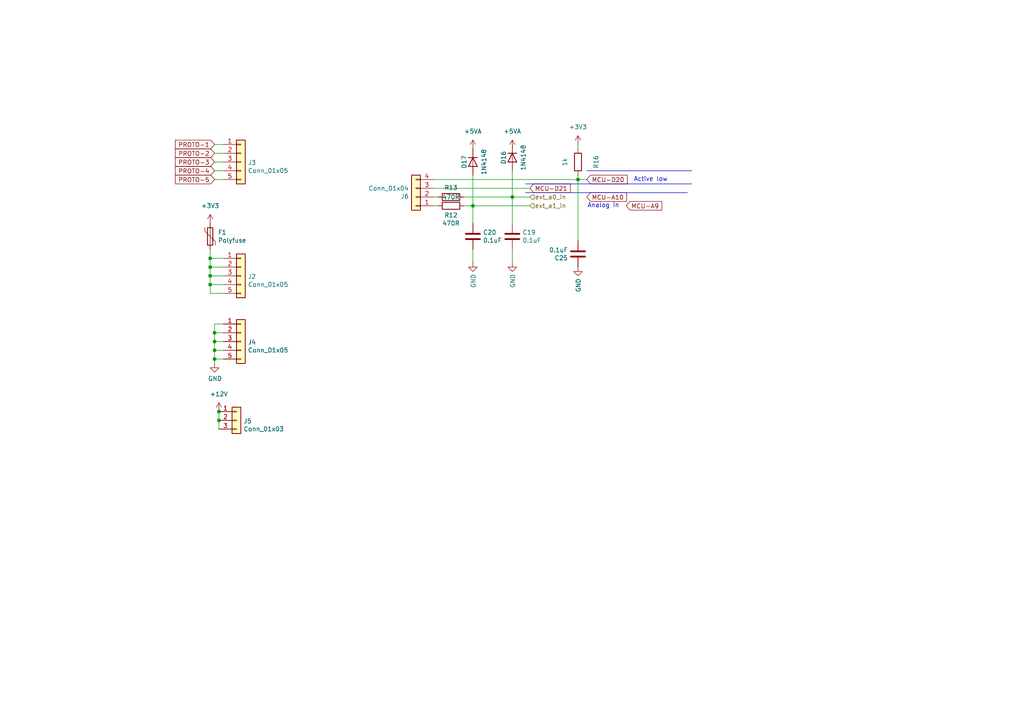
<source format=kicad_sch>
(kicad_sch (version 20231120) (generator "eeschema") (generator_version "7.99")
  (paper "A4")
  (title_block (title "μEFI (Speeduino FW compatible)") (date "2023-12-25") (rev "v6") (company "Churrosoft ®") (comment 1 "CERN-OHL-S-2.0 license\n"))
  (lib_symbols
    (symbol "Connector_Generic:Conn_01x03" (pin_names (offset 1.016) hide)
      (property "Reference" "J" (at 0 5.08 0))
      (property "Value" "Conn_01x03" (at 0 -5.08 0))
      (symbol "Conn_01x03_1_1"
        (rectangle (start -1.27 -2.413) (end 0 -2.667) (stroke (width 0.1524)))
        (rectangle (start -1.27 0.127) (end 0 -0.127) (stroke (width 0.1524)))
        (rectangle (start -1.27 2.667) (end 0 2.413) (stroke (width 0.1524)))
        (rectangle (start -1.27 3.81) (end 1.27 -3.81) (stroke (width 0.254)) (fill (type background)))
        (pin passive line (at -5.08 2.54 0) (length 3.81) (name "Pin_1") (number "1"))
        (pin passive line (at -5.08 0 0) (length 3.81) (name "Pin_2") (number "2"))
        (pin passive line (at -5.08 -2.54 0) (length 3.81) (name "Pin_3") (number "3"))
      )
    )
    (symbol "Connector_Generic:Conn_01x04" (pin_names (offset 1.016) hide)
      (property "Reference" "J" (at 0 5.08 0))
      (property "Value" "Conn_01x04" (at 0 -7.62 0))
      (symbol "Conn_01x04_1_1"
        (rectangle (start -1.27 -4.953) (end 0 -5.207) (stroke (width 0.1524)))
        (rectangle (start -1.27 -2.413) (end 0 -2.667) (stroke (width 0.1524)))
        (rectangle (start -1.27 0.127) (end 0 -0.127) (stroke (width 0.1524)))
        (rectangle (start -1.27 2.667) (end 0 2.413) (stroke (width 0.1524)))
        (rectangle (start -1.27 3.81) (end 1.27 -6.35) (stroke (width 0.254)) (fill (type background)))
        (pin passive line (at -5.08 2.54 0) (length 3.81) (name "Pin_1") (number "1"))
        (pin passive line (at -5.08 0 0) (length 3.81) (name "Pin_2") (number "2"))
        (pin passive line (at -5.08 -2.54 0) (length 3.81) (name "Pin_3") (number "3"))
        (pin passive line (at -5.08 -5.08 0) (length 3.81) (name "Pin_4") (number "4"))
      )
    )
    (symbol "Connector_Generic:Conn_01x05" (pin_names (offset 1.016) hide)
      (property "Reference" "J" (at 0 7.62 0))
      (property "Value" "Conn_01x05" (at 0 -7.62 0))
      (symbol "Conn_01x05_1_1"
        (rectangle (start -1.27 -4.953) (end 0 -5.207) (stroke (width 0.1524)))
        (rectangle (start -1.27 -2.413) (end 0 -2.667) (stroke (width 0.1524)))
        (rectangle (start -1.27 0.127) (end 0 -0.127) (stroke (width 0.1524)))
        (rectangle (start -1.27 2.667) (end 0 2.413) (stroke (width 0.1524)))
        (rectangle (start -1.27 5.207) (end 0 4.953) (stroke (width 0.1524)))
        (rectangle (start -1.27 6.35) (end 1.27 -6.35) (stroke (width 0.254)) (fill (type background)))
        (pin passive line (at -5.08 5.08 0) (length 3.81) (name "Pin_1") (number "1"))
        (pin passive line (at -5.08 2.54 0) (length 3.81) (name "Pin_2") (number "2"))
        (pin passive line (at -5.08 0 0) (length 3.81) (name "Pin_3") (number "3"))
        (pin passive line (at -5.08 -2.54 0) (length 3.81) (name "Pin_4") (number "4"))
        (pin passive line (at -5.08 -5.08 0) (length 3.81) (name "Pin_5") (number "5"))
      )
    )
    (symbol "Device:C" (pin_numbers hide) (pin_names (offset 0.254))
      (property "Reference" "C" (at 0.635 2.54 0))
      (property "Value" "C" (at 0.635 -2.54 0))
      (symbol "C_0_1"
        (polyline (pts (xy -2.032 -0.762) (xy 2.032 -0.762)) (stroke (width 0.508)))
        (polyline (pts (xy -2.032 0.762) (xy 2.032 0.762)) (stroke (width 0.508)))
      )
      (symbol "C_1_1"
        (pin passive line (at 0 3.81 270) (length 2.794) (name "~") (number "1"))
        (pin passive line (at 0 -3.81 90) (length 2.794) (name "~") (number "2"))
      )
    )
    (symbol "Device:Polyfuse" (pin_numbers hide) (pin_names (offset 0))
      (property "Reference" "F" (at -2.54 0 90))
      (property "Value" "Polyfuse" (at 2.54 0 90))
      (symbol "Polyfuse_0_1"
        (rectangle (start -0.762 2.54) (end 0.762 -2.54) (stroke (width 0.254)))
        (polyline (pts (xy 0 2.54) (xy 0 -2.54)))
        (polyline (pts (xy -1.524 2.54) (xy -1.524 1.524) (xy 1.524 -1.524) (xy 1.524 -2.54)))
      )
      (symbol "Polyfuse_1_1"
        (pin passive line (at 0 3.81 270) (length 1.27) (name "~") (number "1"))
        (pin passive line (at 0 -3.81 90) (length 1.27) (name "~") (number "2"))
      )
    )
    (symbol "Device:R" (pin_numbers hide) (pin_names (offset 0))
      (property "Reference" "R" (at 2.032 0 90))
      (property "Value" "R" (at 0 0 90))
      (symbol "R_0_1"
        (rectangle (start -1.016 -2.54) (end 1.016 2.54) (stroke (width 0.254)))
      )
      (symbol "R_1_1"
        (pin passive line (at 0 3.81 270) (length 1.27) (name "~") (number "1"))
        (pin passive line (at 0 -3.81 90) (length 1.27) (name "~") (number "2"))
      )
    )
    (symbol "Diode:1N4148" (pin_numbers hide) (pin_names (offset 1.016) hide)
      (property "Reference" "D" (at 0 2.54 0))
      (property "Value" "1N4148" (at 0 -2.54 0))
      (symbol "1N4148_0_1"
        (polyline (pts (xy -1.27 1.27) (xy -1.27 -1.27)) (stroke (width 0.254)))
        (polyline (pts (xy 1.27 0) (xy -1.27 0)))
        (polyline (pts (xy 1.27 1.27) (xy 1.27 -1.27) (xy -1.27 0) (xy 1.27 1.27)) (stroke (width 0.254)))
      )
      (symbol "1N4148_1_1"
        (pin passive line (at -3.81 0 0) (length 2.54) (name "K") (number "1"))
        (pin passive line (at 3.81 0 180) (length 2.54) (name "A") (number "2"))
      )
    )
    (symbol "power:+12V" (power) (pin_names (offset 0))
      (property "Value" "+12V" (at 0 3.556 0))
      (symbol "+12V_0_1"
        (polyline (pts (xy -0.762 1.27) (xy 0 2.54)))
        (polyline (pts (xy 0 0) (xy 0 2.54)))
        (polyline (pts (xy 0 2.54) (xy 0.762 1.27)))
      )
      (symbol "+12V_1_1"
        (pin power_in line (at 0 0 90) (length 0) hide (name "+12V") (number "1"))
      )
    )
    (symbol "power:+3V3" (power) (pin_names (offset 0))
      (property "Value" "+3V3" (at 0 3.556 0))
      (symbol "+3V3_0_1"
        (polyline (pts (xy -0.762 1.27) (xy 0 2.54)))
        (polyline (pts (xy 0 0) (xy 0 2.54)))
        (polyline (pts (xy 0 2.54) (xy 0.762 1.27)))
      )
      (symbol "+3V3_1_1"
        (pin power_in line (at 0 0 90) (length 0) hide (name "+3V3") (number "1"))
      )
    )
    (symbol "power:+5VA" (power) (pin_names (offset 0))
      (property "Value" "+5VA" (at 0 3.556 0))
      (symbol "+5VA_0_1"
        (polyline (pts (xy -0.762 1.27) (xy 0 2.54)))
        (polyline (pts (xy 0 0) (xy 0 2.54)))
        (polyline (pts (xy 0 2.54) (xy 0.762 1.27)))
      )
      (symbol "+5VA_1_1"
        (pin power_in line (at 0 0 90) (length 0) hide (name "+5VA") (number "1"))
      )
    )
    (symbol "power:GND" (power) (pin_names (offset 0))
      (property "Value" "GND" (at 0 -3.81 0))
      (symbol "GND_0_1"
        (polyline (pts (xy 0 0) (xy 0 -1.27) (xy 1.27 -1.27) (xy 0 -2.54) (xy -1.27 -1.27) (xy 0 -1.27)))
      )
      (symbol "GND_1_1"
        (pin power_in line (at 0 0 270) (length 0) hide (name "GND") (number "1"))
      )
    )
  )
  (junction (at 60.96 77.47))
  (junction (at 62.23 99.06))
  (junction (at 60.96 80.01))
  (junction (at 137.16 59.69))
  (junction (at 62.23 96.52))
  (junction (at 60.96 82.55))
  (junction (at 62.23 101.6))
  (junction (at 148.59 57.15))
  (junction (at 167.64 52.07))
  (junction (at 63.5 119.38))
  (junction (at 62.23 104.14))
  (junction (at 63.5 121.92))
  (junction (at 60.96 74.93))
  (polyline (pts (xy 170.18 49.53) (xy 200.66 49.53)))
  (wire (pts (xy 62.23 99.06) (xy 64.77 99.06)))
  (wire (pts (xy 125.73 52.07) (xy 167.64 52.07)))
  (wire (pts (xy 127 59.69) (xy 125.73 59.69)))
  (wire (pts (xy 137.16 72.39) (xy 137.16 76.2)))
  (wire (pts (xy 64.77 82.55) (xy 60.96 82.55)))
  (polyline (pts (xy 152.4 55.88) (xy 199.39 55.88)))
  (wire (pts (xy 64.77 77.47) (xy 60.96 77.47)))
  (wire (pts (xy 148.59 49.53) (xy 148.59 57.15)))
  (wire (pts (xy 62.23 101.6) (xy 64.77 101.6)))
  (wire (pts (xy 62.23 96.52) (xy 64.77 96.52)))
  (wire (pts (xy 167.64 50.8) (xy 167.64 52.07)))
  (wire (pts (xy 64.77 49.53) (xy 62.23 49.53)))
  (polyline (pts (xy 152.4 53.34) (xy 200.66 53.34)))
  (wire (pts (xy 167.64 52.07) (xy 167.64 69.85)))
  (wire (pts (xy 63.5 121.92) (xy 63.5 124.46)))
  (wire (pts (xy 60.96 80.01) (xy 64.77 80.01)))
  (wire (pts (xy 148.59 41.91) (xy 148.59 43.18)))
  (wire (pts (xy 60.96 82.55) (xy 60.96 80.01)))
  (wire (pts (xy 62.23 101.6) (xy 62.23 104.14)))
  (wire (pts (xy 62.23 99.06) (xy 62.23 101.6)))
  (wire (pts (xy 167.64 52.07) (xy 170.18 52.07)))
  (wire (pts (xy 148.59 64.77) (xy 148.59 57.15)))
  (wire (pts (xy 60.96 82.55) (xy 60.96 85.09)))
  (wire (pts (xy 62.23 104.14) (xy 64.77 104.14)))
  (wire (pts (xy 60.96 74.93) (xy 60.96 77.47)))
  (wire (pts (xy 153.67 54.61) (xy 125.73 54.61)))
  (wire (pts (xy 62.23 105.41) (xy 62.23 104.14)))
  (wire (pts (xy 62.23 46.99) (xy 64.77 46.99)))
  (wire (pts (xy 62.23 41.91) (xy 64.77 41.91)))
  (wire (pts (xy 134.62 57.15) (xy 148.59 57.15)))
  (wire (pts (xy 64.77 44.45) (xy 62.23 44.45)))
  (wire (pts (xy 62.23 96.52) (xy 62.23 99.06)))
  (wire (pts (xy 64.77 85.09) (xy 60.96 85.09)))
  (wire (pts (xy 137.16 59.69) (xy 153.67 59.69)))
  (wire (pts (xy 60.96 72.39) (xy 60.96 74.93)))
  (wire (pts (xy 62.23 93.98) (xy 64.77 93.98)))
  (wire (pts (xy 62.23 52.07) (xy 64.77 52.07)))
  (wire (pts (xy 62.23 93.98) (xy 62.23 96.52)))
  (wire (pts (xy 64.77 74.93) (xy 60.96 74.93)))
  (wire (pts (xy 148.59 57.15) (xy 153.67 57.15)))
  (wire (pts (xy 60.96 77.47) (xy 60.96 80.01)))
  (wire (pts (xy 148.59 72.39) (xy 148.59 76.2)))
  (wire (pts (xy 127 57.15) (xy 125.73 57.15)))
  (wire (pts (xy 137.16 50.8) (xy 137.16 59.69)))
  (wire (pts (xy 137.16 59.69) (xy 134.62 59.69)))
  (wire (pts (xy 63.5 119.38) (xy 63.5 121.92)))
  (wire (pts (xy 167.64 41.91) (xy 167.64 43.18)))
  (wire (pts (xy 137.16 64.77) (xy 137.16 59.69)))
  (text "Active low" (at 188.722 52.07 0) (effects (font (size 1.27 1.27))))
  (text "Analog in" (at 175.006 59.69 0) (effects (font (size 1.27 1.27))))
  (global_label "PROTO-2" (shape input) (at 62.23 44.45 180) (property "Intersheetrefs" "${INTERSHEET_REFS}" (effects (hide yes))))
  (global_label "PROTO-1" (shape input) (at 62.23 41.91 180) (property "Intersheetrefs" "${INTERSHEET_REFS}" (effects (hide yes))))
  (global_label "PROTO-4" (shape input) (at 62.23 49.53 180) (property "Intersheetrefs" "${INTERSHEET_REFS}" (effects (hide yes))))
  (global_label "PROTO-3" (shape input) (at 62.23 46.99 180) (property "Intersheetrefs" "${INTERSHEET_REFS}" (effects (hide yes))))
  (global_label "PROTO-5" (shape input) (at 62.23 52.07 180) (property "Intersheetrefs" "${INTERSHEET_REFS}" (effects (hide yes))))
  (global_label "MCU-D20" (shape input) (at 170.18 52.07 0) (property "Intersheetrefs" "${INTERSHEET_REFS}" (effects (hide yes))))
  (global_label "MCU-D21" (shape input) (at 153.67 54.61 0) (property "Intersheetrefs" "${INTERSHEET_REFS}" (effects (hide yes))))
  (global_label "MCU-A10" (shape input) (at 170.18 57.15 0) (property "Intersheetrefs" "${INTERSHEET_REFS}" (effects (hide yes))))
  (global_label "MCU-A9" (shape input) (at 181.61 59.69 0) (property "Intersheetrefs" "${INTERSHEET_REFS}" (effects (hide yes))))
  (hierarchical_label "ext_a0_in" (shape input) (at 153.67 57.15 0))
  (hierarchical_label "ext_a1_in" (shape input) (at 153.67 59.69 0))
  (symbol (lib_id "power:+3V3") (at 60.96 64.77 0) (unit 1)
    (property "Reference" "#PWR045" (effects (hide yes)))
    (property "Value" "+3V3" (at 60.96 59.69 0))
    (property "Description" "Power symbol creates a global label with name \"+3V3\"" (effects (hide yes)))
  )
  (symbol (lib_id "power:+3V3") (at 167.64 41.91 0) (unit 1)
    (property "Reference" "#PWR056" (effects (hide yes)))
    (property "Value" "+3V3" (at 167.64 36.83 0))
    (property "Description" "Power symbol creates a global label with name \"+3V3\"" (effects (hide yes)))
  )
  (symbol (lib_id "Connector_Generic:Conn_01x04") (at 120.65 57.15 180) (unit 1)
    (property "Reference" "J6" (at 118.618 56.9468 0) (effects (justify left)))
    (property "Value" "Conn_01x04" (at 118.618 54.6354 0) (effects (justify left)))
    (property "Footprint" "Connector_PinHeader_2.54mm:PinHeader_1x04_P2.54mm_Vertical" (effects (hide yes)))
  )
  (symbol (lib_id "power:+5VA") (at 137.16 43.18 0) (unit 1)
    (property "Reference" "#PWR058" (effects (hide yes)))
    (property "Value" "+5VA" (at 137.16 38.1 0))
    (property "Description" "Power symbol creates a global label with name \"+5VA\"" (effects (hide yes)))
  )
  (symbol (lib_id "Connector_Generic:Conn_01x05") (at 69.85 80.01 0) (unit 1)
    (property "Reference" "J2" (at 71.882 80.2132 0) (effects (justify left)))
    (property "Value" "Conn_01x05" (at 71.882 82.5246 0) (effects (justify left)))
    (property "Footprint" "Connector_PinHeader_2.54mm:PinHeader_1x05_P2.54mm_Vertical" (effects (hide yes)))
  )
  (symbol (lib_id "Connector_Generic:Conn_01x05") (at 69.85 99.06 0) (unit 1)
    (property "Reference" "J4" (at 71.882 99.2632 0) (effects (justify left)))
    (property "Value" "Conn_01x05" (at 71.882 101.5746 0) (effects (justify left)))
    (property "Footprint" "Connector_PinHeader_2.54mm:PinHeader_1x05_P2.54mm_Vertical" (effects (hide yes)))
  )
  (symbol (lib_id "power:GND") (at 148.59 76.2 0) (unit 1)
    (property "Reference" "#PWR052" (effects (hide yes)))
    (property "Value" "GND" (at 148.717 79.4512 90) (effects (justify right)))
  )
  (symbol (lib_id "Device:C") (at 148.59 68.58 0) (unit 1)
    (property "Reference" "C19" (at 151.511 67.4116 0) (effects (justify left)))
    (property "Value" "0.1uF" (at 151.511 69.723 0) (effects (justify left)))
    (property "Footprint" "Capacitor_SMD:C_0805_2012Metric" (effects (hide yes)))
    (property "Digikey Part Number" "311-1140-1-ND" (effects (hide yes)))
    (property "Manufacturer_Name" "Yageo" (effects (hide yes)))
    (property "Manufacturer_Part_Number" "CC0805KRX7R9BB104" (effects (hide yes)))
    (property "URL" "https://www.digikey.com.au/product-detail/en/yageo/CC0805KRX7R9BB104/311-1140-1-ND/303050" (effects (hide yes)))
  )
  (symbol (lib_id "Connector_Generic:Conn_01x05") (at 69.85 46.99 0) (unit 1)
    (property "Reference" "J3" (at 71.882 47.1932 0) (effects (justify left)))
    (property "Value" "Conn_01x05" (at 71.882 49.5046 0) (effects (justify left)))
    (property "Footprint" "Connector_PinHeader_2.54mm:PinHeader_1x05_P2.54mm_Vertical" (effects (hide yes)))
  )
  (symbol (lib_id "Connector_Generic:Conn_01x03") (at 68.58 121.92 0) (unit 1)
    (property "Reference" "J5" (at 70.612 122.1232 0) (effects (justify left)))
    (property "Value" "Conn_01x03" (at 70.612 124.4346 0) (effects (justify left)))
    (property "Footprint" "Connector_PinHeader_2.54mm:PinHeader_1x03_P2.54mm_Vertical" (effects (hide yes)))
    (property "Sim.Device" "SPICE" (effects (hide yes)))
    (property "Sim.Params" "type=\"J\" model=\"Conn_01x03\" lib=\"\"" (effects (hide yes)))
    (property "Sim.Pins" "1=1 2=2 3=3" (effects (hide yes)))
  )
  (symbol (lib_id "Diode:1N4148") (at 137.16 46.99 270) (unit 1)
    (property "Reference" "D17" (at 134.62 46.99 0))
    (property "Value" "1N4148" (at 140.3604 46.99 0))
    (property "Footprint" "Diode_SMD:D_SOD-523" (effects (hide yes)))
    (property "Datasheet" "https://assets.nexperia.com/documents/data-sheet/1N4148_1N4448.pdf" (effects (hide yes)))
    (property "LCSC" "C511874" (effects (hide yes)))
  )
  (symbol (lib_id "Device:C") (at 137.16 68.58 0) (unit 1)
    (property "Reference" "C20" (at 140.081 67.4116 0) (effects (justify left)))
    (property "Value" "0.1uF" (at 140.081 69.723 0) (effects (justify left)))
    (property "Footprint" "Capacitor_SMD:C_0805_2012Metric" (effects (hide yes)))
    (property "Digikey Part Number" "311-1140-1-ND" (effects (hide yes)))
    (property "Manufacturer_Name" "Yageo" (effects (hide yes)))
    (property "Manufacturer_Part_Number" "CC0805KRX7R9BB104" (effects (hide yes)))
    (property "URL" "https://www.digikey.com.au/product-detail/en/yageo/CC0805KRX7R9BB104/311-1140-1-ND/303050" (effects (hide yes)))
  )
  (symbol (lib_id "power:+12V") (at 63.5 119.38 0) (unit 1)
    (property "Reference" "#PWR0140" (effects (hide yes)))
    (property "Value" "+12V" (at 63.5 114.3 0))
    (property "Description" "Power symbol creates a global label with name \"+12V\"" (effects (hide yes)))
  )
  (symbol (lib_id "power:GND") (at 62.23 105.41 0) (unit 1)
    (property "Reference" "#PWR051" (effects (hide yes)))
    (property "Value" "GND" (at 62.357 109.8042 0))
  )
  (symbol (lib_id "Device:R") (at 167.64 46.99 180) (unit 1)
    (property "Reference" "R16" (at 172.8978 46.99 90))
    (property "Value" "1k" (at 163.83 46.99 90))
    (property "Footprint" "Resistor_SMD:R_0805_2012Metric" (effects (hide yes)))
    (property "Manufacturer_Name" "Yageo" (effects (hide yes)))
    (property "Manufacturer_Part_Number" "RC0805FR-071KL" (effects (hide yes)))
    (property "Digikey Part Number" "311-1.00KCRCT-ND" (effects (hide yes)))
  )
  (symbol (lib_id "power:+5VA") (at 148.59 43.18 0) (unit 1)
    (property "Reference" "#PWR062" (effects (hide yes)))
    (property "Value" "+5VA" (at 148.59 38.1 0))
    (property "Description" "Power symbol creates a global label with name \"+5VA\"" (effects (hide yes)))
  )
  (symbol (lib_id "Device:Polyfuse") (at 60.96 68.58 0) (unit 1)
    (property "Reference" "F1" (at 63.1952 67.4116 0) (effects (justify left)))
    (property "Value" "Polyfuse" (at 63.1952 69.723 0) (effects (justify left)))
    (property "Footprint" "Fuse:Fuse_1812_4532Metric" (effects (hide yes)))
    (property "Digikey Part Number" "507-1361-1-ND" (effects (hide yes)))
    (property "Manufacturer_Name" "Bel Fuse" (effects (hide yes)))
    (property "Manufacturer_Part_Number" "0ZCC0050FF2C" (effects (hide yes)))
    (property "URL" "https://www.digikey.com.au/product-detail/en/bel-fuse-inc/0ZCC0050FF2C/507-1361-1-ND/1560228" (effects (hide yes)))
  )
  (symbol (lib_id "Device:R") (at 130.81 59.69 270) (unit 1)
    (property "Reference" "R13" (at 130.81 54.4322 90))
    (property "Value" "470R" (at 130.81 64.77 90))
    (property "Footprint" "Resistor_SMD:R_0805_2012Metric" (effects (hide yes)))
    (property "Manufacturer_Name" "Panasonic" (effects (hide yes)))
    (property "Manufacturer_Part_Number" "ERJ-6ENF4700V" (effects (hide yes)))
    (property "URL" "https://www.digikey.com/product-detail/en/panasonic-electronic-components/ERJ-6ENF4700V/P470CCT-ND/1746871" (effects (hide yes)))
    (property "Digikey Part Number" "P470CCT-ND" (effects (hide yes)))
  )
  (symbol (lib_id "power:GND") (at 167.64 77.47 0) (unit 1)
    (property "Reference" "#PWR057" (effects (hide yes)))
    (property "Value" "GND" (at 167.767 80.7212 90) (effects (justify right)))
  )
  (symbol (lib_id "Device:C") (at 167.64 73.66 180) (unit 1)
    (property "Reference" "C25" (at 164.719 74.8284 0) (effects (justify left)))
    (property "Value" "0.1uF" (at 164.719 72.517 0) (effects (justify left)))
    (property "Footprint" "Capacitor_SMD:C_0805_2012Metric" (effects (hide yes)))
    (property "Digikey Part Number" "311-1140-1-ND" (effects (hide yes)))
    (property "Manufacturer_Name" "Yageo" (effects (hide yes)))
    (property "Manufacturer_Part_Number" "CC0805KRX7R9BB104" (effects (hide yes)))
    (property "URL" "https://www.digikey.com.au/product-detail/en/yageo/CC0805KRX7R9BB104/311-1140-1-ND/303050" (effects (hide yes)))
  )
  (symbol (lib_id "Device:R") (at 130.81 57.15 90) (unit 1)
    (property "Reference" "R12" (at 130.81 62.4078 90))
    (property "Value" "470R" (at 130.81 57.15 90))
    (property "Footprint" "Resistor_SMD:R_0805_2012Metric" (effects (hide yes)))
    (property "Manufacturer_Name" "Panasonic" (effects (hide yes)))
    (property "Manufacturer_Part_Number" "ERJ-6ENF4700V" (effects (hide yes)))
    (property "URL" "https://www.digikey.com/product-detail/en/panasonic-electronic-components/ERJ-6ENF4700V/P470CCT-ND/1746871" (effects (hide yes)))
    (property "Digikey Part Number" "P470CCT-ND" (effects (hide yes)))
  )
  (symbol (lib_id "Diode:1N4148") (at 148.59 45.72 270) (unit 1)
    (property "Reference" "D16" (at 146.05 45.72 0))
    (property "Value" "1N4148" (at 151.7904 45.72 0))
    (property "Footprint" "Diode_SMD:D_SOD-523" (effects (hide yes)))
    (property "Datasheet" "https://assets.nexperia.com/documents/data-sheet/1N4148_1N4448.pdf" (effects (hide yes)))
    (property "LCSC" "C511874" (effects (hide yes)))
  )
  (symbol (lib_id "power:GND") (at 137.16 76.2 0) (unit 1)
    (property "Reference" "#PWR055" (effects (hide yes)))
    (property "Value" "GND" (at 137.287 79.4512 90) (effects (justify right)))
  )
)
</source>
